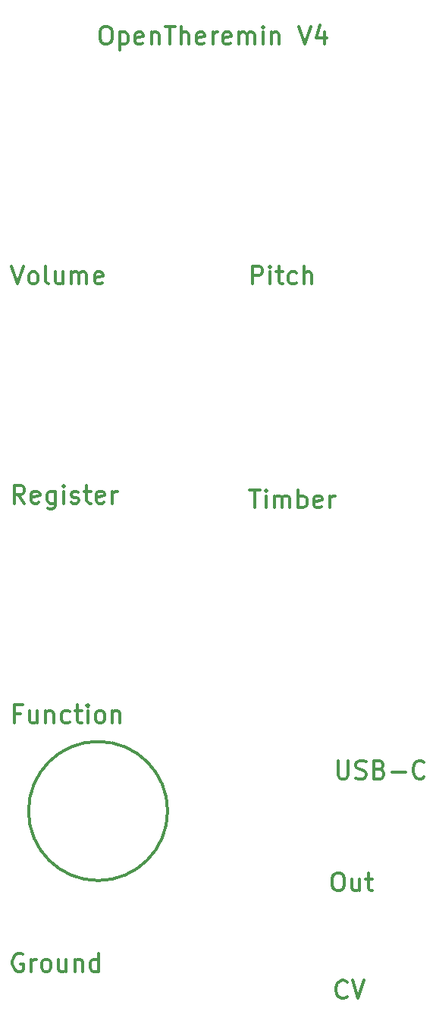
<source format=gbr>
%TF.GenerationSoftware,KiCad,Pcbnew,6.0.9+dfsg-1~bpo11+1*%
%TF.CreationDate,2022-11-17T12:14:57+00:00*%
%TF.ProjectId,OpenThereminV4,4f70656e-5468-4657-9265-6d696e56342e,rev?*%
%TF.SameCoordinates,Original*%
%TF.FileFunction,Legend,Top*%
%TF.FilePolarity,Positive*%
%FSLAX46Y46*%
G04 Gerber Fmt 4.6, Leading zero omitted, Abs format (unit mm)*
G04 Created by KiCad (PCBNEW 6.0.9+dfsg-1~bpo11+1) date 2022-11-17 12:14:57*
%MOMM*%
%LPD*%
G01*
G04 APERTURE LIST*
%ADD10C,0.300000*%
G04 APERTURE END LIST*
D10*
X95212087Y-125750000D02*
G75*
G03*
X95212087Y-125750000I-7762087J0D01*
G01*
X114238095Y-120154761D02*
X114238095Y-121773809D01*
X114333333Y-121964285D01*
X114428571Y-122059523D01*
X114619047Y-122154761D01*
X115000000Y-122154761D01*
X115190476Y-122059523D01*
X115285714Y-121964285D01*
X115380952Y-121773809D01*
X115380952Y-120154761D01*
X116238095Y-122059523D02*
X116523809Y-122154761D01*
X117000000Y-122154761D01*
X117190476Y-122059523D01*
X117285714Y-121964285D01*
X117380952Y-121773809D01*
X117380952Y-121583333D01*
X117285714Y-121392857D01*
X117190476Y-121297619D01*
X117000000Y-121202380D01*
X116619047Y-121107142D01*
X116428571Y-121011904D01*
X116333333Y-120916666D01*
X116238095Y-120726190D01*
X116238095Y-120535714D01*
X116333333Y-120345238D01*
X116428571Y-120250000D01*
X116619047Y-120154761D01*
X117095238Y-120154761D01*
X117380952Y-120250000D01*
X118904761Y-121107142D02*
X119190476Y-121202380D01*
X119285714Y-121297619D01*
X119380952Y-121488095D01*
X119380952Y-121773809D01*
X119285714Y-121964285D01*
X119190476Y-122059523D01*
X119000000Y-122154761D01*
X118238095Y-122154761D01*
X118238095Y-120154761D01*
X118904761Y-120154761D01*
X119095238Y-120250000D01*
X119190476Y-120345238D01*
X119285714Y-120535714D01*
X119285714Y-120726190D01*
X119190476Y-120916666D01*
X119095238Y-121011904D01*
X118904761Y-121107142D01*
X118238095Y-121107142D01*
X120238095Y-121392857D02*
X121761904Y-121392857D01*
X123857142Y-121964285D02*
X123761904Y-122059523D01*
X123476190Y-122154761D01*
X123285714Y-122154761D01*
X123000000Y-122059523D01*
X122809523Y-121869047D01*
X122714285Y-121678571D01*
X122619047Y-121297619D01*
X122619047Y-121011904D01*
X122714285Y-120630952D01*
X122809523Y-120440476D01*
X123000000Y-120250000D01*
X123285714Y-120154761D01*
X123476190Y-120154761D01*
X123761904Y-120250000D01*
X123857142Y-120345238D01*
X104380952Y-89904761D02*
X105523809Y-89904761D01*
X104952380Y-91904761D02*
X104952380Y-89904761D01*
X106190476Y-91904761D02*
X106190476Y-90571428D01*
X106190476Y-89904761D02*
X106095237Y-90000000D01*
X106190476Y-90095238D01*
X106285714Y-90000000D01*
X106190476Y-89904761D01*
X106190476Y-90095238D01*
X107142857Y-91904761D02*
X107142857Y-90571428D01*
X107142857Y-90761904D02*
X107238095Y-90666666D01*
X107428571Y-90571428D01*
X107714285Y-90571428D01*
X107904761Y-90666666D01*
X107999999Y-90857142D01*
X107999999Y-91904761D01*
X107999999Y-90857142D02*
X108095237Y-90666666D01*
X108285714Y-90571428D01*
X108571428Y-90571428D01*
X108761904Y-90666666D01*
X108857142Y-90857142D01*
X108857142Y-91904761D01*
X109809523Y-91904761D02*
X109809523Y-89904761D01*
X109809523Y-90666666D02*
X109999999Y-90571428D01*
X110380952Y-90571428D01*
X110571428Y-90666666D01*
X110666666Y-90761904D01*
X110761904Y-90952380D01*
X110761904Y-91523809D01*
X110666666Y-91714285D01*
X110571428Y-91809523D01*
X110380952Y-91904761D01*
X109999999Y-91904761D01*
X109809523Y-91809523D01*
X112380952Y-91809523D02*
X112190476Y-91904761D01*
X111809523Y-91904761D01*
X111619047Y-91809523D01*
X111523809Y-91619047D01*
X111523809Y-90857142D01*
X111619047Y-90666666D01*
X111809523Y-90571428D01*
X112190476Y-90571428D01*
X112380952Y-90666666D01*
X112476190Y-90857142D01*
X112476190Y-91047619D01*
X111523809Y-91238095D01*
X113333333Y-91904761D02*
X113333333Y-90571428D01*
X113333333Y-90952380D02*
X113428571Y-90761904D01*
X113523809Y-90666666D01*
X113714285Y-90571428D01*
X113904761Y-90571428D01*
X79238095Y-91404761D02*
X78571428Y-90452380D01*
X78095238Y-91404761D02*
X78095238Y-89404761D01*
X78857143Y-89404761D01*
X79047619Y-89500000D01*
X79142857Y-89595238D01*
X79238095Y-89785714D01*
X79238095Y-90071428D01*
X79142857Y-90261904D01*
X79047619Y-90357142D01*
X78857143Y-90452380D01*
X78095238Y-90452380D01*
X80857143Y-91309523D02*
X80666666Y-91404761D01*
X80285714Y-91404761D01*
X80095238Y-91309523D01*
X80000000Y-91119047D01*
X80000000Y-90357142D01*
X80095238Y-90166666D01*
X80285714Y-90071428D01*
X80666666Y-90071428D01*
X80857143Y-90166666D01*
X80952381Y-90357142D01*
X80952381Y-90547619D01*
X80000000Y-90738095D01*
X82666666Y-90071428D02*
X82666666Y-91690476D01*
X82571428Y-91880952D01*
X82476190Y-91976190D01*
X82285714Y-92071428D01*
X82000000Y-92071428D01*
X81809524Y-91976190D01*
X82666666Y-91309523D02*
X82476190Y-91404761D01*
X82095238Y-91404761D01*
X81904762Y-91309523D01*
X81809524Y-91214285D01*
X81714286Y-91023809D01*
X81714286Y-90452380D01*
X81809524Y-90261904D01*
X81904762Y-90166666D01*
X82095238Y-90071428D01*
X82476190Y-90071428D01*
X82666666Y-90166666D01*
X83619047Y-91404761D02*
X83619047Y-90071428D01*
X83619047Y-89404761D02*
X83523809Y-89500000D01*
X83619047Y-89595238D01*
X83714286Y-89500000D01*
X83619047Y-89404761D01*
X83619047Y-89595238D01*
X84476190Y-91309523D02*
X84666666Y-91404761D01*
X85047619Y-91404761D01*
X85238095Y-91309523D01*
X85333333Y-91119047D01*
X85333333Y-91023809D01*
X85238095Y-90833333D01*
X85047619Y-90738095D01*
X84761905Y-90738095D01*
X84571428Y-90642857D01*
X84476190Y-90452380D01*
X84476190Y-90357142D01*
X84571428Y-90166666D01*
X84761905Y-90071428D01*
X85047619Y-90071428D01*
X85238095Y-90166666D01*
X85904762Y-90071428D02*
X86666666Y-90071428D01*
X86190476Y-89404761D02*
X86190476Y-91119047D01*
X86285714Y-91309523D01*
X86476190Y-91404761D01*
X86666666Y-91404761D01*
X88095238Y-91309523D02*
X87904762Y-91404761D01*
X87523809Y-91404761D01*
X87333333Y-91309523D01*
X87238095Y-91119047D01*
X87238095Y-90357142D01*
X87333333Y-90166666D01*
X87523809Y-90071428D01*
X87904762Y-90071428D01*
X88095238Y-90166666D01*
X88190476Y-90357142D01*
X88190476Y-90547619D01*
X87238095Y-90738095D01*
X89047619Y-91404761D02*
X89047619Y-90071428D01*
X89047619Y-90452380D02*
X89142857Y-90261904D01*
X89238095Y-90166666D01*
X89428571Y-90071428D01*
X89619047Y-90071428D01*
X88157142Y-38154761D02*
X88538095Y-38154761D01*
X88728571Y-38250000D01*
X88919047Y-38440476D01*
X89014285Y-38821428D01*
X89014285Y-39488095D01*
X88919047Y-39869047D01*
X88728571Y-40059523D01*
X88538095Y-40154761D01*
X88157142Y-40154761D01*
X87966666Y-40059523D01*
X87776190Y-39869047D01*
X87680952Y-39488095D01*
X87680952Y-38821428D01*
X87776190Y-38440476D01*
X87966666Y-38250000D01*
X88157142Y-38154761D01*
X89871428Y-38821428D02*
X89871428Y-40821428D01*
X89871428Y-38916666D02*
X90061904Y-38821428D01*
X90442857Y-38821428D01*
X90633333Y-38916666D01*
X90728571Y-39011904D01*
X90823809Y-39202380D01*
X90823809Y-39773809D01*
X90728571Y-39964285D01*
X90633333Y-40059523D01*
X90442857Y-40154761D01*
X90061904Y-40154761D01*
X89871428Y-40059523D01*
X92442857Y-40059523D02*
X92252380Y-40154761D01*
X91871428Y-40154761D01*
X91680952Y-40059523D01*
X91585714Y-39869047D01*
X91585714Y-39107142D01*
X91680952Y-38916666D01*
X91871428Y-38821428D01*
X92252380Y-38821428D01*
X92442857Y-38916666D01*
X92538095Y-39107142D01*
X92538095Y-39297619D01*
X91585714Y-39488095D01*
X93395238Y-38821428D02*
X93395238Y-40154761D01*
X93395238Y-39011904D02*
X93490476Y-38916666D01*
X93680952Y-38821428D01*
X93966666Y-38821428D01*
X94157142Y-38916666D01*
X94252380Y-39107142D01*
X94252380Y-40154761D01*
X94919047Y-38154761D02*
X96061904Y-38154761D01*
X95490476Y-40154761D02*
X95490476Y-38154761D01*
X96728571Y-40154761D02*
X96728571Y-38154761D01*
X97585714Y-40154761D02*
X97585714Y-39107142D01*
X97490476Y-38916666D01*
X97300000Y-38821428D01*
X97014285Y-38821428D01*
X96823809Y-38916666D01*
X96728571Y-39011904D01*
X99300000Y-40059523D02*
X99109523Y-40154761D01*
X98728571Y-40154761D01*
X98538095Y-40059523D01*
X98442857Y-39869047D01*
X98442857Y-39107142D01*
X98538095Y-38916666D01*
X98728571Y-38821428D01*
X99109523Y-38821428D01*
X99300000Y-38916666D01*
X99395238Y-39107142D01*
X99395238Y-39297619D01*
X98442857Y-39488095D01*
X100252380Y-40154761D02*
X100252380Y-38821428D01*
X100252380Y-39202380D02*
X100347619Y-39011904D01*
X100442857Y-38916666D01*
X100633333Y-38821428D01*
X100823809Y-38821428D01*
X102252380Y-40059523D02*
X102061904Y-40154761D01*
X101680952Y-40154761D01*
X101490476Y-40059523D01*
X101395238Y-39869047D01*
X101395238Y-39107142D01*
X101490476Y-38916666D01*
X101680952Y-38821428D01*
X102061904Y-38821428D01*
X102252380Y-38916666D01*
X102347619Y-39107142D01*
X102347619Y-39297619D01*
X101395238Y-39488095D01*
X103204761Y-40154761D02*
X103204761Y-38821428D01*
X103204761Y-39011904D02*
X103300000Y-38916666D01*
X103490476Y-38821428D01*
X103776190Y-38821428D01*
X103966666Y-38916666D01*
X104061904Y-39107142D01*
X104061904Y-40154761D01*
X104061904Y-39107142D02*
X104157142Y-38916666D01*
X104347619Y-38821428D01*
X104633333Y-38821428D01*
X104823809Y-38916666D01*
X104919047Y-39107142D01*
X104919047Y-40154761D01*
X105871428Y-40154761D02*
X105871428Y-38821428D01*
X105871428Y-38154761D02*
X105776190Y-38250000D01*
X105871428Y-38345238D01*
X105966666Y-38250000D01*
X105871428Y-38154761D01*
X105871428Y-38345238D01*
X106823809Y-38821428D02*
X106823809Y-40154761D01*
X106823809Y-39011904D02*
X106919047Y-38916666D01*
X107109523Y-38821428D01*
X107395238Y-38821428D01*
X107585714Y-38916666D01*
X107680952Y-39107142D01*
X107680952Y-40154761D01*
X109871428Y-38154761D02*
X110538095Y-40154761D01*
X111204761Y-38154761D01*
X112728571Y-38821428D02*
X112728571Y-40154761D01*
X112252380Y-38059523D02*
X111776190Y-39488095D01*
X113014285Y-39488095D01*
X115261904Y-146464285D02*
X115166666Y-146559523D01*
X114880952Y-146654761D01*
X114690476Y-146654761D01*
X114404761Y-146559523D01*
X114214285Y-146369047D01*
X114119047Y-146178571D01*
X114023809Y-145797619D01*
X114023809Y-145511904D01*
X114119047Y-145130952D01*
X114214285Y-144940476D01*
X114404761Y-144750000D01*
X114690476Y-144654761D01*
X114880952Y-144654761D01*
X115166666Y-144750000D01*
X115261904Y-144845238D01*
X115833333Y-144654761D02*
X116500000Y-146654761D01*
X117166666Y-144654761D01*
X114083333Y-132654761D02*
X114464285Y-132654761D01*
X114654761Y-132750000D01*
X114845238Y-132940476D01*
X114940476Y-133321428D01*
X114940476Y-133988095D01*
X114845238Y-134369047D01*
X114654761Y-134559523D01*
X114464285Y-134654761D01*
X114083333Y-134654761D01*
X113892857Y-134559523D01*
X113702380Y-134369047D01*
X113607142Y-133988095D01*
X113607142Y-133321428D01*
X113702380Y-132940476D01*
X113892857Y-132750000D01*
X114083333Y-132654761D01*
X116654761Y-133321428D02*
X116654761Y-134654761D01*
X115797619Y-133321428D02*
X115797619Y-134369047D01*
X115892857Y-134559523D01*
X116083333Y-134654761D01*
X116369047Y-134654761D01*
X116559523Y-134559523D01*
X116654761Y-134464285D01*
X117321428Y-133321428D02*
X118083333Y-133321428D01*
X117607142Y-132654761D02*
X117607142Y-134369047D01*
X117702380Y-134559523D01*
X117892857Y-134654761D01*
X118083333Y-134654761D01*
X104666666Y-66904761D02*
X104666666Y-64904761D01*
X105428571Y-64904761D01*
X105619047Y-65000000D01*
X105714285Y-65095238D01*
X105809523Y-65285714D01*
X105809523Y-65571428D01*
X105714285Y-65761904D01*
X105619047Y-65857142D01*
X105428571Y-65952380D01*
X104666666Y-65952380D01*
X106666666Y-66904761D02*
X106666666Y-65571428D01*
X106666666Y-64904761D02*
X106571428Y-65000000D01*
X106666666Y-65095238D01*
X106761904Y-65000000D01*
X106666666Y-64904761D01*
X106666666Y-65095238D01*
X107333333Y-65571428D02*
X108095238Y-65571428D01*
X107619047Y-64904761D02*
X107619047Y-66619047D01*
X107714285Y-66809523D01*
X107904761Y-66904761D01*
X108095238Y-66904761D01*
X109619047Y-66809523D02*
X109428571Y-66904761D01*
X109047619Y-66904761D01*
X108857142Y-66809523D01*
X108761904Y-66714285D01*
X108666666Y-66523809D01*
X108666666Y-65952380D01*
X108761904Y-65761904D01*
X108857142Y-65666666D01*
X109047619Y-65571428D01*
X109428571Y-65571428D01*
X109619047Y-65666666D01*
X110476190Y-66904761D02*
X110476190Y-64904761D01*
X111333333Y-66904761D02*
X111333333Y-65857142D01*
X111238095Y-65666666D01*
X111047619Y-65571428D01*
X110761904Y-65571428D01*
X110571428Y-65666666D01*
X110476190Y-65761904D01*
X77809523Y-64904761D02*
X78476190Y-66904761D01*
X79142857Y-64904761D01*
X80095238Y-66904761D02*
X79904761Y-66809523D01*
X79809523Y-66714285D01*
X79714285Y-66523809D01*
X79714285Y-65952380D01*
X79809523Y-65761904D01*
X79904761Y-65666666D01*
X80095238Y-65571428D01*
X80380952Y-65571428D01*
X80571428Y-65666666D01*
X80666666Y-65761904D01*
X80761904Y-65952380D01*
X80761904Y-66523809D01*
X80666666Y-66714285D01*
X80571428Y-66809523D01*
X80380952Y-66904761D01*
X80095238Y-66904761D01*
X81904761Y-66904761D02*
X81714285Y-66809523D01*
X81619047Y-66619047D01*
X81619047Y-64904761D01*
X83523809Y-65571428D02*
X83523809Y-66904761D01*
X82666666Y-65571428D02*
X82666666Y-66619047D01*
X82761904Y-66809523D01*
X82952380Y-66904761D01*
X83238095Y-66904761D01*
X83428571Y-66809523D01*
X83523809Y-66714285D01*
X84476190Y-66904761D02*
X84476190Y-65571428D01*
X84476190Y-65761904D02*
X84571428Y-65666666D01*
X84761904Y-65571428D01*
X85047619Y-65571428D01*
X85238095Y-65666666D01*
X85333333Y-65857142D01*
X85333333Y-66904761D01*
X85333333Y-65857142D02*
X85428571Y-65666666D01*
X85619047Y-65571428D01*
X85904761Y-65571428D01*
X86095238Y-65666666D01*
X86190476Y-65857142D01*
X86190476Y-66904761D01*
X87904761Y-66809523D02*
X87714285Y-66904761D01*
X87333333Y-66904761D01*
X87142857Y-66809523D01*
X87047619Y-66619047D01*
X87047619Y-65857142D01*
X87142857Y-65666666D01*
X87333333Y-65571428D01*
X87714285Y-65571428D01*
X87904761Y-65666666D01*
X88000000Y-65857142D01*
X88000000Y-66047619D01*
X87047619Y-66238095D01*
X78761904Y-114857142D02*
X78095238Y-114857142D01*
X78095238Y-115904761D02*
X78095238Y-113904761D01*
X79047619Y-113904761D01*
X80666666Y-114571428D02*
X80666666Y-115904761D01*
X79809523Y-114571428D02*
X79809523Y-115619047D01*
X79904761Y-115809523D01*
X80095238Y-115904761D01*
X80380952Y-115904761D01*
X80571428Y-115809523D01*
X80666666Y-115714285D01*
X81619047Y-114571428D02*
X81619047Y-115904761D01*
X81619047Y-114761904D02*
X81714285Y-114666666D01*
X81904761Y-114571428D01*
X82190476Y-114571428D01*
X82380952Y-114666666D01*
X82476190Y-114857142D01*
X82476190Y-115904761D01*
X84285714Y-115809523D02*
X84095238Y-115904761D01*
X83714285Y-115904761D01*
X83523809Y-115809523D01*
X83428571Y-115714285D01*
X83333333Y-115523809D01*
X83333333Y-114952380D01*
X83428571Y-114761904D01*
X83523809Y-114666666D01*
X83714285Y-114571428D01*
X84095238Y-114571428D01*
X84285714Y-114666666D01*
X84857142Y-114571428D02*
X85619047Y-114571428D01*
X85142857Y-113904761D02*
X85142857Y-115619047D01*
X85238095Y-115809523D01*
X85428571Y-115904761D01*
X85619047Y-115904761D01*
X86285714Y-115904761D02*
X86285714Y-114571428D01*
X86285714Y-113904761D02*
X86190476Y-114000000D01*
X86285714Y-114095238D01*
X86380952Y-114000000D01*
X86285714Y-113904761D01*
X86285714Y-114095238D01*
X87523809Y-115904761D02*
X87333333Y-115809523D01*
X87238095Y-115714285D01*
X87142857Y-115523809D01*
X87142857Y-114952380D01*
X87238095Y-114761904D01*
X87333333Y-114666666D01*
X87523809Y-114571428D01*
X87809523Y-114571428D01*
X88000000Y-114666666D01*
X88095238Y-114761904D01*
X88190476Y-114952380D01*
X88190476Y-115523809D01*
X88095238Y-115714285D01*
X88000000Y-115809523D01*
X87809523Y-115904761D01*
X87523809Y-115904761D01*
X89047619Y-114571428D02*
X89047619Y-115904761D01*
X89047619Y-114761904D02*
X89142857Y-114666666D01*
X89333333Y-114571428D01*
X89619047Y-114571428D01*
X89809523Y-114666666D01*
X89904761Y-114857142D01*
X89904761Y-115904761D01*
X79035714Y-141750000D02*
X78845238Y-141654761D01*
X78559523Y-141654761D01*
X78273809Y-141750000D01*
X78083333Y-141940476D01*
X77988095Y-142130952D01*
X77892857Y-142511904D01*
X77892857Y-142797619D01*
X77988095Y-143178571D01*
X78083333Y-143369047D01*
X78273809Y-143559523D01*
X78559523Y-143654761D01*
X78750000Y-143654761D01*
X79035714Y-143559523D01*
X79130952Y-143464285D01*
X79130952Y-142797619D01*
X78750000Y-142797619D01*
X79988095Y-143654761D02*
X79988095Y-142321428D01*
X79988095Y-142702380D02*
X80083333Y-142511904D01*
X80178571Y-142416666D01*
X80369047Y-142321428D01*
X80559523Y-142321428D01*
X81511904Y-143654761D02*
X81321428Y-143559523D01*
X81226190Y-143464285D01*
X81130952Y-143273809D01*
X81130952Y-142702380D01*
X81226190Y-142511904D01*
X81321428Y-142416666D01*
X81511904Y-142321428D01*
X81797619Y-142321428D01*
X81988095Y-142416666D01*
X82083333Y-142511904D01*
X82178571Y-142702380D01*
X82178571Y-143273809D01*
X82083333Y-143464285D01*
X81988095Y-143559523D01*
X81797619Y-143654761D01*
X81511904Y-143654761D01*
X83892857Y-142321428D02*
X83892857Y-143654761D01*
X83035714Y-142321428D02*
X83035714Y-143369047D01*
X83130952Y-143559523D01*
X83321428Y-143654761D01*
X83607142Y-143654761D01*
X83797619Y-143559523D01*
X83892857Y-143464285D01*
X84845238Y-142321428D02*
X84845238Y-143654761D01*
X84845238Y-142511904D02*
X84940476Y-142416666D01*
X85130952Y-142321428D01*
X85416666Y-142321428D01*
X85607142Y-142416666D01*
X85702380Y-142607142D01*
X85702380Y-143654761D01*
X87511904Y-143654761D02*
X87511904Y-141654761D01*
X87511904Y-143559523D02*
X87321428Y-143654761D01*
X86940476Y-143654761D01*
X86750000Y-143559523D01*
X86654761Y-143464285D01*
X86559523Y-143273809D01*
X86559523Y-142702380D01*
X86654761Y-142511904D01*
X86750000Y-142416666D01*
X86940476Y-142321428D01*
X87321428Y-142321428D01*
X87511904Y-142416666D01*
M02*

</source>
